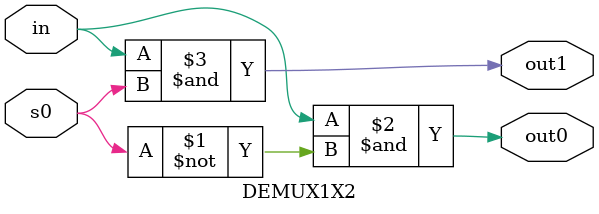
<source format=v>
module DEMUX1X2(out0,out1,s0,in);
input s0,in;
output out0,out1;
and(out0,in,~s0);
and(out1,in,s0);
endmodule

</source>
